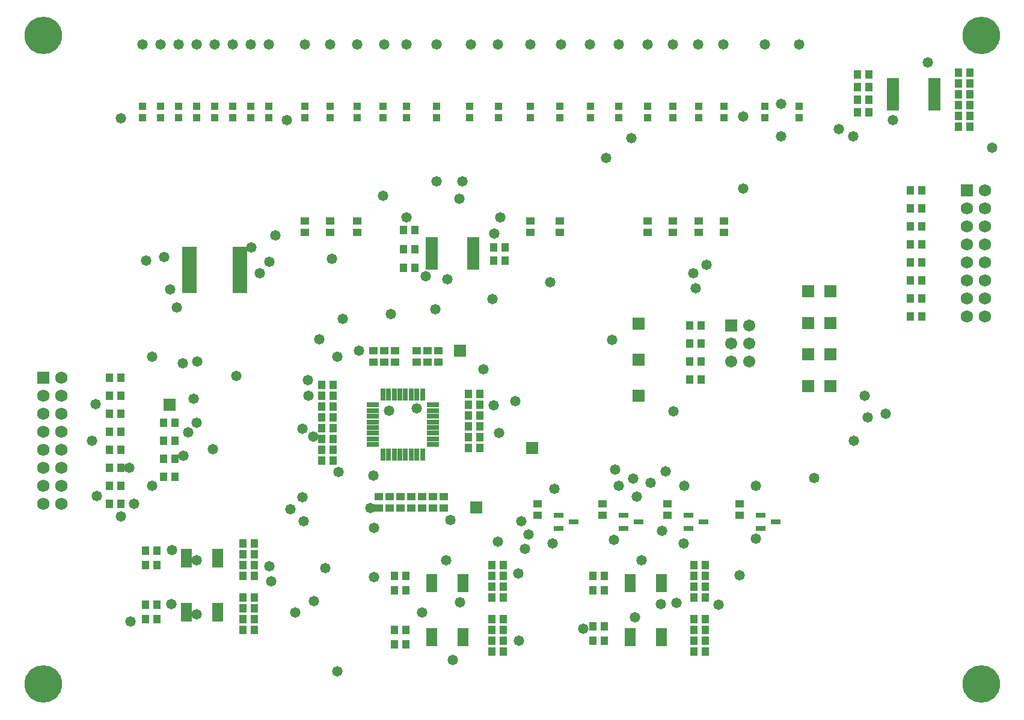
<source format=gts>
G04*
G04 #@! TF.GenerationSoftware,Altium Limited,Altium Designer,22.3.1 (43)*
G04*
G04 Layer_Color=8388736*
%FSLAX25Y25*%
%MOIN*%
G70*
G04*
G04 #@! TF.SameCoordinates,6E346DA1-06B3-48DF-BE1B-420114EF1470*
G04*
G04*
G04 #@! TF.FilePolarity,Negative*
G04*
G01*
G75*
%ADD25R,0.03950X0.04540*%
%ADD26R,0.06607X0.02572*%
%ADD27R,0.03950X0.03950*%
%ADD28R,0.04540X0.03950*%
%ADD29R,0.07887X0.02572*%
%ADD30R,0.06312X0.02572*%
%ADD31R,0.05721X0.03162*%
%ADD32R,0.06312X0.01981*%
%ADD33R,0.03162X0.06607*%
%ADD34R,0.06607X0.03162*%
%ADD35C,0.20800*%
%ADD36R,0.06706X0.06706*%
%ADD37C,0.06800*%
%ADD38R,0.06800X0.06800*%
%ADD39C,0.06706*%
%ADD40R,0.06706X0.06706*%
%ADD41C,0.05800*%
D25*
X76850Y94000D02*
D03*
X83150D02*
D03*
X130850Y80000D02*
D03*
X137150D02*
D03*
Y86000D02*
D03*
X130850D02*
D03*
X76850D02*
D03*
X83150D02*
D03*
X137150Y92000D02*
D03*
X130850D02*
D03*
X137150Y98000D02*
D03*
X130850D02*
D03*
X76850Y64000D02*
D03*
X83150D02*
D03*
X130850Y50000D02*
D03*
X137150D02*
D03*
Y56000D02*
D03*
X130850D02*
D03*
X83150D02*
D03*
X76850D02*
D03*
X137150Y62000D02*
D03*
X130850D02*
D03*
X137150Y68000D02*
D03*
X130850D02*
D03*
X219850Y272000D02*
D03*
X226150D02*
D03*
X219850Y261500D02*
D03*
X226150D02*
D03*
X219850Y251000D02*
D03*
X226150D02*
D03*
X276150Y255000D02*
D03*
X269850D02*
D03*
X276150Y262500D02*
D03*
X269850D02*
D03*
X471350Y358500D02*
D03*
X477650D02*
D03*
X471350Y351500D02*
D03*
X477650D02*
D03*
Y337500D02*
D03*
X471350D02*
D03*
Y344500D02*
D03*
X477650D02*
D03*
X527350Y329500D02*
D03*
X533650D02*
D03*
Y335500D02*
D03*
X527350D02*
D03*
Y341500D02*
D03*
X533650D02*
D03*
Y347500D02*
D03*
X527350D02*
D03*
Y353500D02*
D03*
X533650D02*
D03*
Y359500D02*
D03*
X527350D02*
D03*
X500850Y294000D02*
D03*
X507150D02*
D03*
X500850Y284000D02*
D03*
X507150D02*
D03*
X500850Y274000D02*
D03*
X507150D02*
D03*
X500850Y264000D02*
D03*
X507150D02*
D03*
X500850Y254000D02*
D03*
X507150D02*
D03*
X387150Y68000D02*
D03*
X380850D02*
D03*
X275150D02*
D03*
X268850D02*
D03*
X500850Y244000D02*
D03*
X507150D02*
D03*
X500850Y234000D02*
D03*
X507150D02*
D03*
X500850Y224000D02*
D03*
X507150D02*
D03*
X331150Y80000D02*
D03*
X324850D02*
D03*
X221150D02*
D03*
X214850D02*
D03*
X331150Y72000D02*
D03*
X324850D02*
D03*
X387150Y74000D02*
D03*
X380850D02*
D03*
X221150Y72000D02*
D03*
X214850D02*
D03*
X275150Y74000D02*
D03*
X268850D02*
D03*
X387150Y80000D02*
D03*
X380850D02*
D03*
X275150D02*
D03*
X268850D02*
D03*
X387150Y86000D02*
D03*
X380850D02*
D03*
X275150D02*
D03*
X268850D02*
D03*
X275150Y38000D02*
D03*
X268850D02*
D03*
X387150D02*
D03*
X380850D02*
D03*
X221150Y50000D02*
D03*
X214850D02*
D03*
X331150Y52000D02*
D03*
X324850D02*
D03*
X221150Y42000D02*
D03*
X214850D02*
D03*
X275150Y44000D02*
D03*
X268850D02*
D03*
X331150D02*
D03*
X324850D02*
D03*
X387150D02*
D03*
X380850D02*
D03*
X275150Y50000D02*
D03*
X268850D02*
D03*
X387150D02*
D03*
X380850D02*
D03*
X275150Y56000D02*
D03*
X268850D02*
D03*
X387150D02*
D03*
X380850D02*
D03*
X378350Y219000D02*
D03*
X384650D02*
D03*
X63150Y190000D02*
D03*
X56850D02*
D03*
X384650Y189000D02*
D03*
X378350D02*
D03*
Y209000D02*
D03*
X384650D02*
D03*
X63150Y180000D02*
D03*
X56850D02*
D03*
X378350Y199000D02*
D03*
X384650D02*
D03*
X86850Y165000D02*
D03*
X93150D02*
D03*
X63150Y170000D02*
D03*
X56850D02*
D03*
X86850Y155000D02*
D03*
X93150D02*
D03*
X63150Y160000D02*
D03*
X56850D02*
D03*
X86850Y145000D02*
D03*
X93150D02*
D03*
X63150Y150000D02*
D03*
X56850D02*
D03*
X86850Y135000D02*
D03*
X93150D02*
D03*
X63150Y140000D02*
D03*
X56850D02*
D03*
X63150Y130000D02*
D03*
X56850D02*
D03*
X63150Y120000D02*
D03*
X56850D02*
D03*
X255850Y181000D02*
D03*
X262150D02*
D03*
X174350Y186000D02*
D03*
X180650D02*
D03*
X255850Y175000D02*
D03*
X262150D02*
D03*
X174350Y180000D02*
D03*
X180650D02*
D03*
X255850Y169000D02*
D03*
X262150D02*
D03*
X174350Y174000D02*
D03*
X180650D02*
D03*
X255850Y163000D02*
D03*
X262150D02*
D03*
X174350Y168000D02*
D03*
X180650D02*
D03*
X255850Y157000D02*
D03*
X262150D02*
D03*
X174350Y162000D02*
D03*
X180650D02*
D03*
X255850Y151000D02*
D03*
X262150D02*
D03*
X174350Y156000D02*
D03*
X180650D02*
D03*
X174350Y150000D02*
D03*
X180650D02*
D03*
X174350Y144000D02*
D03*
X180650D02*
D03*
D26*
X258567Y266677D02*
D03*
Y264118D02*
D03*
Y261559D02*
D03*
Y259000D02*
D03*
Y256441D02*
D03*
Y253882D02*
D03*
Y251323D02*
D03*
X235433D02*
D03*
Y253882D02*
D03*
Y256441D02*
D03*
Y259000D02*
D03*
Y261559D02*
D03*
Y264118D02*
D03*
Y266677D02*
D03*
X490933Y355177D02*
D03*
Y352618D02*
D03*
Y350059D02*
D03*
Y347500D02*
D03*
Y344941D02*
D03*
Y342382D02*
D03*
Y339823D02*
D03*
X514067D02*
D03*
Y342382D02*
D03*
Y344941D02*
D03*
Y347500D02*
D03*
Y350059D02*
D03*
Y352618D02*
D03*
Y355177D02*
D03*
D27*
X290000Y334350D02*
D03*
Y340650D02*
D03*
X306500D02*
D03*
Y334350D02*
D03*
X208500Y340650D02*
D03*
Y334350D02*
D03*
X238000Y340650D02*
D03*
Y334350D02*
D03*
X272500Y340650D02*
D03*
Y334350D02*
D03*
X256500Y340650D02*
D03*
Y334350D02*
D03*
X420000Y340650D02*
D03*
Y334350D02*
D03*
X439000Y340650D02*
D03*
Y334350D02*
D03*
X221500Y340650D02*
D03*
Y334350D02*
D03*
X75000Y340650D02*
D03*
Y334350D02*
D03*
X85000Y340650D02*
D03*
Y334350D02*
D03*
X95000Y340650D02*
D03*
Y334350D02*
D03*
X105000Y340650D02*
D03*
Y334350D02*
D03*
X115000Y340650D02*
D03*
Y334350D02*
D03*
X125000Y340650D02*
D03*
Y334350D02*
D03*
X135000Y340650D02*
D03*
Y334350D02*
D03*
X145000Y340650D02*
D03*
Y334350D02*
D03*
X323500Y340650D02*
D03*
Y334350D02*
D03*
X339000Y340650D02*
D03*
Y334350D02*
D03*
X355000Y340650D02*
D03*
Y334350D02*
D03*
X369100Y340650D02*
D03*
Y334350D02*
D03*
X383500Y340650D02*
D03*
Y334350D02*
D03*
X397500Y340650D02*
D03*
Y334350D02*
D03*
X165000Y340650D02*
D03*
Y334350D02*
D03*
X179000Y340650D02*
D03*
Y334350D02*
D03*
X194000Y340650D02*
D03*
Y334350D02*
D03*
D28*
X290000Y277150D02*
D03*
Y270850D02*
D03*
X215000Y205150D02*
D03*
Y198850D02*
D03*
X306500Y270850D02*
D03*
Y277150D02*
D03*
X194000Y270850D02*
D03*
Y277150D02*
D03*
X179000Y270850D02*
D03*
Y277150D02*
D03*
X165000Y270850D02*
D03*
Y277150D02*
D03*
X397500Y270850D02*
D03*
Y277150D02*
D03*
X383500Y270850D02*
D03*
Y277150D02*
D03*
X369100Y270850D02*
D03*
Y277150D02*
D03*
X355000Y270850D02*
D03*
Y277150D02*
D03*
X366000Y120150D02*
D03*
Y113850D02*
D03*
X294000Y120150D02*
D03*
Y113850D02*
D03*
X406000Y120150D02*
D03*
Y113850D02*
D03*
X330000Y120150D02*
D03*
Y113850D02*
D03*
X227000Y198850D02*
D03*
Y205150D02*
D03*
X233000Y198850D02*
D03*
Y205150D02*
D03*
X209000D02*
D03*
Y198850D02*
D03*
X239000D02*
D03*
Y205150D02*
D03*
X203000D02*
D03*
Y198850D02*
D03*
X242000Y124150D02*
D03*
Y117850D02*
D03*
X236000Y124150D02*
D03*
Y117850D02*
D03*
X230000Y124150D02*
D03*
Y117850D02*
D03*
X224000Y124150D02*
D03*
Y117850D02*
D03*
X206000D02*
D03*
Y124150D02*
D03*
X218000D02*
D03*
Y117850D02*
D03*
X212000Y124150D02*
D03*
Y117850D02*
D03*
D29*
X101024Y261516D02*
D03*
Y258957D02*
D03*
Y256398D02*
D03*
Y253839D02*
D03*
Y251280D02*
D03*
Y248720D02*
D03*
Y246161D02*
D03*
Y243602D02*
D03*
Y241043D02*
D03*
Y238484D02*
D03*
X128976D02*
D03*
Y241043D02*
D03*
Y243602D02*
D03*
Y246161D02*
D03*
Y248720D02*
D03*
Y251280D02*
D03*
Y253839D02*
D03*
Y256398D02*
D03*
Y258957D02*
D03*
Y261516D02*
D03*
D30*
X116661Y93839D02*
D03*
Y91280D02*
D03*
Y88720D02*
D03*
Y86161D02*
D03*
X99339D02*
D03*
Y88720D02*
D03*
Y91280D02*
D03*
Y93839D02*
D03*
X116661Y63839D02*
D03*
Y61280D02*
D03*
Y58720D02*
D03*
Y56161D02*
D03*
X99339D02*
D03*
Y58720D02*
D03*
Y61280D02*
D03*
Y63839D02*
D03*
D31*
X386134Y110000D02*
D03*
X377866Y106260D02*
D03*
Y113740D02*
D03*
X314134Y110000D02*
D03*
X305866Y106260D02*
D03*
Y113740D02*
D03*
X426134Y110000D02*
D03*
X417866Y106260D02*
D03*
Y113740D02*
D03*
X350134Y110000D02*
D03*
X341866Y106260D02*
D03*
Y113740D02*
D03*
D32*
X345339Y79937D02*
D03*
Y77969D02*
D03*
Y76000D02*
D03*
Y74032D02*
D03*
Y72063D02*
D03*
X362661D02*
D03*
Y74032D02*
D03*
Y76000D02*
D03*
Y77969D02*
D03*
Y79937D02*
D03*
X235339D02*
D03*
Y77969D02*
D03*
Y76000D02*
D03*
Y74032D02*
D03*
Y72063D02*
D03*
X252661D02*
D03*
Y74032D02*
D03*
Y76000D02*
D03*
Y77969D02*
D03*
Y79937D02*
D03*
X235339Y49937D02*
D03*
Y47969D02*
D03*
Y46000D02*
D03*
Y44032D02*
D03*
Y42063D02*
D03*
X252661D02*
D03*
Y44032D02*
D03*
Y46000D02*
D03*
Y47969D02*
D03*
Y49937D02*
D03*
X345339D02*
D03*
Y47969D02*
D03*
Y46000D02*
D03*
Y44032D02*
D03*
Y42063D02*
D03*
X362661D02*
D03*
Y44032D02*
D03*
Y46000D02*
D03*
Y47969D02*
D03*
Y49937D02*
D03*
D33*
X208308Y180685D02*
D03*
X211458D02*
D03*
X214607D02*
D03*
X217757D02*
D03*
X220906D02*
D03*
X224056D02*
D03*
X227206D02*
D03*
X230355D02*
D03*
Y147315D02*
D03*
X227206D02*
D03*
X224056D02*
D03*
X220906D02*
D03*
X217757D02*
D03*
X214607D02*
D03*
X211458D02*
D03*
X208308D02*
D03*
D34*
X236017Y175024D02*
D03*
Y171874D02*
D03*
Y168724D02*
D03*
Y165575D02*
D03*
Y162425D02*
D03*
Y159276D02*
D03*
Y156126D02*
D03*
Y152976D02*
D03*
X202647D02*
D03*
Y156126D02*
D03*
Y159276D02*
D03*
Y162425D02*
D03*
Y165575D02*
D03*
Y168724D02*
D03*
Y171874D02*
D03*
Y175024D02*
D03*
D35*
X20000Y20000D02*
D03*
Y380000D02*
D03*
X540000D02*
D03*
Y20000D02*
D03*
D36*
X456500Y238000D02*
D03*
X444000D02*
D03*
X456500Y220500D02*
D03*
X444000D02*
D03*
X456500Y203000D02*
D03*
X444000D02*
D03*
X456500Y185500D02*
D03*
X444000D02*
D03*
X350000Y180000D02*
D03*
Y220000D02*
D03*
X90000Y175000D02*
D03*
X350000Y200000D02*
D03*
X251000Y205000D02*
D03*
X291000Y151000D02*
D03*
X260000Y118000D02*
D03*
D37*
X542000Y224000D02*
D03*
Y234000D02*
D03*
Y244000D02*
D03*
Y254000D02*
D03*
Y264000D02*
D03*
Y274000D02*
D03*
Y284000D02*
D03*
X532000Y224000D02*
D03*
Y234000D02*
D03*
Y244000D02*
D03*
Y254000D02*
D03*
Y264000D02*
D03*
Y274000D02*
D03*
X542000Y294000D02*
D03*
X532000Y284000D02*
D03*
X30000Y120000D02*
D03*
Y130000D02*
D03*
Y140000D02*
D03*
Y150000D02*
D03*
Y160000D02*
D03*
Y170000D02*
D03*
Y180000D02*
D03*
X20000Y120000D02*
D03*
Y130000D02*
D03*
Y140000D02*
D03*
Y150000D02*
D03*
Y160000D02*
D03*
Y170000D02*
D03*
X30000Y190000D02*
D03*
X20000Y180000D02*
D03*
D38*
X532000Y294000D02*
D03*
X20000Y190000D02*
D03*
D39*
X411500Y199000D02*
D03*
X401500D02*
D03*
X411500Y209000D02*
D03*
X401500D02*
D03*
X411500Y219000D02*
D03*
D40*
X401500D02*
D03*
D41*
X408000Y295000D02*
D03*
X346000Y323000D02*
D03*
X461000Y328000D02*
D03*
X332000Y312000D02*
D03*
X469000Y324000D02*
D03*
X491000Y333000D02*
D03*
X429000Y342000D02*
D03*
Y324000D02*
D03*
X439000Y375000D02*
D03*
X420000D02*
D03*
X408000Y335000D02*
D03*
X397000Y375000D02*
D03*
X383000D02*
D03*
X369000D02*
D03*
X355000D02*
D03*
X264200Y194636D02*
D03*
X339000Y375000D02*
D03*
X323000D02*
D03*
X307000D02*
D03*
X290000D02*
D03*
X272000D02*
D03*
X257000D02*
D03*
X155000Y333000D02*
D03*
X165000Y375000D02*
D03*
X179000D02*
D03*
X194000D02*
D03*
X209000D02*
D03*
X221500D02*
D03*
X238000D02*
D03*
X63000Y334000D02*
D03*
X145000Y375000D02*
D03*
X135000D02*
D03*
X125000D02*
D03*
X115000D02*
D03*
X105000D02*
D03*
X95000D02*
D03*
X85000D02*
D03*
X75000D02*
D03*
X227000Y173000D02*
D03*
X211900Y171600D02*
D03*
X100400Y159600D02*
D03*
X105100Y165000D02*
D03*
X97612Y146600D02*
D03*
X103300Y178400D02*
D03*
X380400Y248000D02*
D03*
X387900Y252900D02*
D03*
X49900Y124400D02*
D03*
X285000Y110500D02*
D03*
X289000Y103000D02*
D03*
X272000Y99000D02*
D03*
X287000Y95000D02*
D03*
X283500Y81500D02*
D03*
X252500Y299000D02*
D03*
X238000D02*
D03*
X237500Y228000D02*
D03*
X208500Y291000D02*
D03*
X247000Y33500D02*
D03*
X510500Y365000D02*
D03*
X469500Y155000D02*
D03*
X487000Y170000D02*
D03*
X477000Y168000D02*
D03*
X475500Y180000D02*
D03*
X369500Y171500D02*
D03*
X335500Y211000D02*
D03*
X336500Y100000D02*
D03*
X394500Y64000D02*
D03*
X371000Y65000D02*
D03*
X362500Y64500D02*
D03*
X375000Y98000D02*
D03*
X363000Y105000D02*
D03*
X356700Y131900D02*
D03*
X447500Y134500D02*
D03*
X365000Y138000D02*
D03*
X349000Y124000D02*
D03*
X347000Y134000D02*
D03*
X337000Y139000D02*
D03*
X303500Y128500D02*
D03*
X302500Y98000D02*
D03*
X170000Y66000D02*
D03*
X176500Y84500D02*
D03*
X230000Y59900D02*
D03*
X243550Y88750D02*
D03*
X251000Y65500D02*
D03*
X140000Y248000D02*
D03*
X145500Y254500D02*
D03*
X94000Y229000D02*
D03*
X173000Y211500D02*
D03*
X87000Y257000D02*
D03*
X77000Y255000D02*
D03*
X90500Y239000D02*
D03*
X80500Y201700D02*
D03*
X135520Y262500D02*
D03*
X157000Y117000D02*
D03*
X164500Y110500D02*
D03*
X146500Y77000D02*
D03*
X145500Y85500D02*
D03*
X163793Y123683D02*
D03*
X91000Y64500D02*
D03*
X91500Y94500D02*
D03*
X47000Y155000D02*
D03*
X49000Y175500D02*
D03*
X97500Y198000D02*
D03*
X105500Y199200D02*
D03*
X351714Y88714D02*
D03*
X269800Y174800D02*
D03*
X114000Y150300D02*
D03*
X127000Y191100D02*
D03*
X166676Y188776D02*
D03*
X281900Y177200D02*
D03*
X212800Y225500D02*
D03*
X301000Y243200D02*
D03*
X159900Y59800D02*
D03*
X203321Y79521D02*
D03*
X68500Y54600D02*
D03*
X186100Y222600D02*
D03*
X183100Y201700D02*
D03*
X80300Y130000D02*
D03*
X70400Y120000D02*
D03*
X183700Y137800D02*
D03*
X180000Y256000D02*
D03*
X163600Y161800D02*
D03*
X381800Y239600D02*
D03*
X183000Y27100D02*
D03*
X201300Y117700D02*
D03*
X245700Y111100D02*
D03*
X415200Y100700D02*
D03*
X250677Y289500D02*
D03*
X546000Y317700D02*
D03*
X203400Y106700D02*
D03*
X169900Y157300D02*
D03*
X272700Y159400D02*
D03*
X63150Y113200D02*
D03*
X283600Y44000D02*
D03*
X167100Y180000D02*
D03*
X67800Y140000D02*
D03*
X194950Y205150D02*
D03*
X148800Y269000D02*
D03*
X339200Y130000D02*
D03*
X406000Y80500D02*
D03*
X319273Y50800D02*
D03*
X375300Y130000D02*
D03*
X232100Y246400D02*
D03*
X269200Y233600D02*
D03*
X203100Y135700D02*
D03*
X348000Y57200D02*
D03*
X221500Y279000D02*
D03*
X273500D02*
D03*
X270000Y270000D02*
D03*
X415000Y130000D02*
D03*
X105095Y58720D02*
D03*
Y88720D02*
D03*
X243994Y244800D02*
D03*
M02*

</source>
